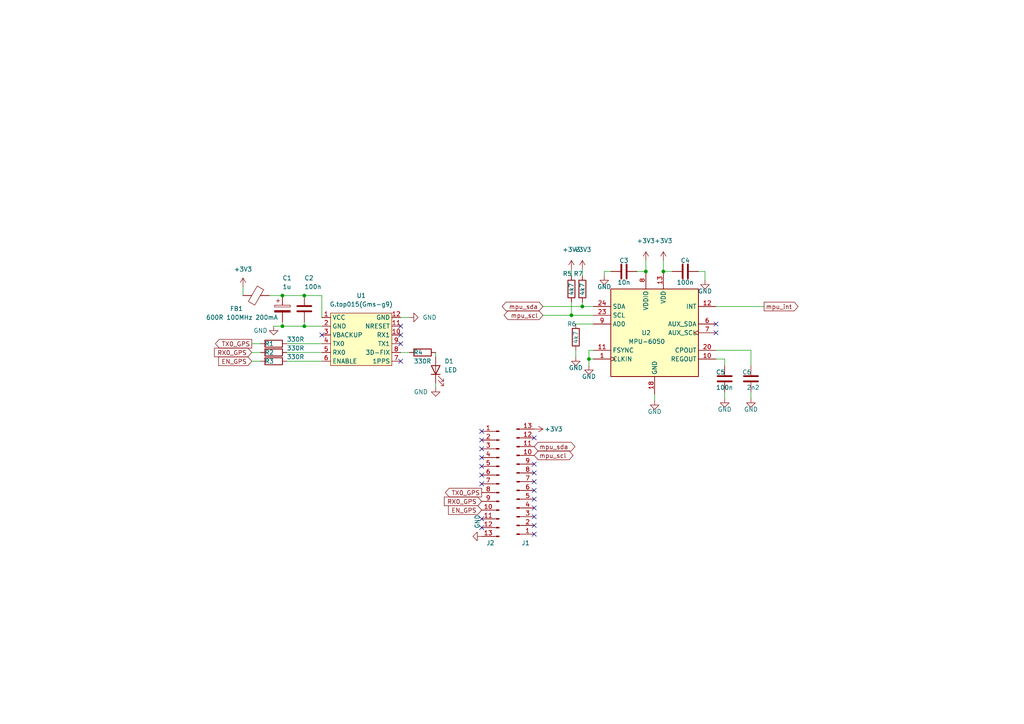
<source format=kicad_sch>
(kicad_sch (version 20230121) (generator eeschema)
  (paper "A4")
  (lib_symbols
    (symbol "Connector:Conn_01x13_Male" (pin_names (offset 1.016) hide)
      (property "Reference" "J" (at 0 17.78 0))
      (property "Value" "Conn_01x13_Male" (at 0 -17.78 0))
      (symbol "Conn_01x13_Male_1_1"
        (polyline (pts (xy 1.27 -15.24) (xy 0.8636 -15.24)) (stroke (width 0.1524)))
        (polyline (pts (xy 1.27 -12.7) (xy 0.8636 -12.7)) (stroke (width 0.1524)))
        (polyline (pts (xy 1.27 -10.16) (xy 0.8636 -10.16)) (stroke (width 0.1524)))
        (polyline (pts (xy 1.27 -7.62) (xy 0.8636 -7.62)) (stroke (width 0.1524)))
        (polyline (pts (xy 1.27 -5.08) (xy 0.8636 -5.08)) (stroke (width 0.1524)))
        (polyline (pts (xy 1.27 -2.54) (xy 0.8636 -2.54)) (stroke (width 0.1524)))
        (polyline (pts (xy 1.27 0) (xy 0.8636 0)) (stroke (width 0.1524)))
        (polyline (pts (xy 1.27 2.54) (xy 0.8636 2.54)) (stroke (width 0.1524)))
        (polyline (pts (xy 1.27 5.08) (xy 0.8636 5.08)) (stroke (width 0.1524)))
        (polyline (pts (xy 1.27 7.62) (xy 0.8636 7.62)) (stroke (width 0.1524)))
        (polyline (pts (xy 1.27 10.16) (xy 0.8636 10.16)) (stroke (width 0.1524)))
        (polyline (pts (xy 1.27 12.7) (xy 0.8636 12.7)) (stroke (width 0.1524)))
        (polyline (pts (xy 1.27 15.24) (xy 0.8636 15.24)) (stroke (width 0.1524)))
        (rectangle (start 0.8636 -15.113) (end 0 -15.367) (stroke (width 0.1524)) (fill (type outline)))
        (rectangle (start 0.8636 -12.573) (end 0 -12.827) (stroke (width 0.1524)) (fill (type outline)))
        (rectangle (start 0.8636 -10.033) (end 0 -10.287) (stroke (width 0.1524)) (fill (type outline)))
        (rectangle (start 0.8636 -7.493) (end 0 -7.747) (stroke (width 0.1524)) (fill (type outline)))
        (rectangle (start 0.8636 -4.953) (end 0 -5.207) (stroke (width 0.1524)) (fill (type outline)))
        (rectangle (start 0.8636 -2.413) (end 0 -2.667) (stroke (width 0.1524)) (fill (type outline)))
        (rectangle (start 0.8636 0.127) (end 0 -0.127) (stroke (width 0.1524)) (fill (type outline)))
        (rectangle (start 0.8636 2.667) (end 0 2.413) (stroke (width 0.1524)) (fill (type outline)))
        (rectangle (start 0.8636 5.207) (end 0 4.953) (stroke (width 0.1524)) (fill (type outline)))
        (rectangle (start 0.8636 7.747) (end 0 7.493) (stroke (width 0.1524)) (fill (type outline)))
        (rectangle (start 0.8636 10.287) (end 0 10.033) (stroke (width 0.1524)) (fill (type outline)))
        (rectangle (start 0.8636 12.827) (end 0 12.573) (stroke (width 0.1524)) (fill (type outline)))
        (rectangle (start 0.8636 15.367) (end 0 15.113) (stroke (width 0.1524)) (fill (type outline)))
        (pin passive line (at 5.08 15.24 180) (length 3.81) (name "Pin_1") (number "1"))
        (pin passive line (at 5.08 -7.62 180) (length 3.81) (name "Pin_10") (number "10"))
        (pin passive line (at 5.08 -10.16 180) (length 3.81) (name "Pin_11") (number "11"))
        (pin passive line (at 5.08 -12.7 180) (length 3.81) (name "Pin_12") (number "12"))
        (pin passive line (at 5.08 -15.24 180) (length 3.81) (name "Pin_13") (number "13"))
        (pin passive line (at 5.08 12.7 180) (length 3.81) (name "Pin_2") (number "2"))
        (pin passive line (at 5.08 10.16 180) (length 3.81) (name "Pin_3") (number "3"))
        (pin passive line (at 5.08 7.62 180) (length 3.81) (name "Pin_4") (number "4"))
        (pin passive line (at 5.08 5.08 180) (length 3.81) (name "Pin_5") (number "5"))
        (pin passive line (at 5.08 2.54 180) (length 3.81) (name "Pin_6") (number "6"))
        (pin passive line (at 5.08 0 180) (length 3.81) (name "Pin_7") (number "7"))
        (pin passive line (at 5.08 -2.54 180) (length 3.81) (name "Pin_8") (number "8"))
        (pin passive line (at 5.08 -5.08 180) (length 3.81) (name "Pin_9") (number "9"))
      )
    )
    (symbol "Device:C" (pin_numbers hide) (pin_names (offset 0.254))
      (property "Reference" "C" (at 0.635 2.54 0))
      (property "Value" "C" (at 0.635 -2.54 0))
      (symbol "C_0_1"
        (polyline (pts (xy -2.032 -0.762) (xy 2.032 -0.762)) (stroke (width 0.508)))
        (polyline (pts (xy -2.032 0.762) (xy 2.032 0.762)) (stroke (width 0.508)))
      )
      (symbol "C_1_1"
        (pin passive line (at 0 3.81 270) (length 2.794) (name "~") (number "1"))
        (pin passive line (at 0 -3.81 90) (length 2.794) (name "~") (number "2"))
      )
    )
    (symbol "Device:C_Polarized" (pin_numbers hide) (pin_names (offset 0.254))
      (property "Reference" "C" (at 0.635 2.54 0))
      (property "Value" "C_Polarized" (at 0.635 -2.54 0))
      (symbol "C_Polarized_0_1"
        (rectangle (start -2.286 0.508) (end 2.286 1.016))
        (polyline (pts (xy -1.778 2.286) (xy -0.762 2.286)))
        (polyline (pts (xy -1.27 2.794) (xy -1.27 1.778)))
        (rectangle (start 2.286 -0.508) (end -2.286 -1.016) (fill (type outline)))
      )
      (symbol "C_Polarized_1_1"
        (pin passive line (at 0 3.81 270) (length 2.794) (name "~") (number "1"))
        (pin passive line (at 0 -3.81 90) (length 2.794) (name "~") (number "2"))
      )
    )
    (symbol "Device:FerriteBead" (pin_numbers hide) (pin_names (offset 0))
      (property "Reference" "FB" (at -3.81 0.635 90))
      (property "Value" "FerriteBead" (at 3.81 0 90))
      (symbol "FerriteBead_0_1"
        (polyline (pts (xy 0 -1.27) (xy 0 -1.2192)))
        (polyline (pts (xy 0 1.27) (xy 0 1.2954)))
        (polyline (pts (xy -2.7686 0.4064) (xy -1.7018 2.2606) (xy 2.7686 -0.3048) (xy 1.6764 -2.159) (xy -2.7686 0.4064)))
      )
      (symbol "FerriteBead_1_1"
        (pin passive line (at 0 3.81 270) (length 2.54) (name "~") (number "1"))
        (pin passive line (at 0 -3.81 90) (length 2.54) (name "~") (number "2"))
      )
    )
    (symbol "Device:LED" (pin_numbers hide) (pin_names (offset 1.016) hide)
      (property "Reference" "D" (at 0 2.54 0))
      (property "Value" "LED" (at 0 -2.54 0))
      (symbol "LED_0_1"
        (polyline (pts (xy -1.27 -1.27) (xy -1.27 1.27)) (stroke (width 0.254)))
        (polyline (pts (xy -1.27 0) (xy 1.27 0)))
        (polyline (pts (xy 1.27 -1.27) (xy 1.27 1.27) (xy -1.27 0) (xy 1.27 -1.27)) (stroke (width 0.254)))
        (polyline (pts (xy -3.048 -0.762) (xy -4.572 -2.286) (xy -3.81 -2.286) (xy -4.572 -2.286) (xy -4.572 -1.524)))
        (polyline (pts (xy -1.778 -0.762) (xy -3.302 -2.286) (xy -2.54 -2.286) (xy -3.302 -2.286) (xy -3.302 -1.524)))
      )
      (symbol "LED_1_1"
        (pin passive line (at -3.81 0 0) (length 2.54) (name "K") (number "1"))
        (pin passive line (at 3.81 0 180) (length 2.54) (name "A") (number "2"))
      )
    )
    (symbol "Device:R" (pin_numbers hide) (pin_names (offset 0))
      (property "Reference" "R" (at 2.032 0 90))
      (property "Value" "R" (at 0 0 90))
      (symbol "R_0_1"
        (rectangle (start -1.016 -2.54) (end 1.016 2.54) (stroke (width 0.254)))
      )
      (symbol "R_1_1"
        (pin passive line (at 0 3.81 270) (length 1.27) (name "~") (number "1"))
        (pin passive line (at 0 -3.81 90) (length 1.27) (name "~") (number "2"))
      )
    )
    (symbol "Sensor_Motion:MPU-6050"
      (property "Reference" "U" (at -11.43 13.97 0))
      (property "Value" "MPU-6050" (at 7.62 -13.97 0))
      (symbol "MPU-6050_0_1"
        (rectangle (start -12.7 12.7) (end 12.7 -12.7) (stroke (width 0.254)) (fill (type background)))
      )
      (symbol "MPU-6050_1_1"
        (pin input clock (at -17.78 -7.62 0) (length 5.08) (name "CLKIN") (number "1"))
        (pin passive line (at 17.78 -7.62 180) (length 5.08) (name "REGOUT") (number "10"))
        (pin input line (at -17.78 -5.08 0) (length 5.08) (name "FSYNC") (number "11"))
        (pin output line (at 17.78 7.62 180) (length 5.08) (name "INT") (number "12"))
        (pin power_in line (at 2.54 17.78 270) (length 5.08) (name "VDD") (number "13"))
        (pin power_in line (at 0 -17.78 90) (length 5.08) (name "GND") (number "18"))
        (pin passive line (at 17.78 -5.08 180) (length 5.08) (name "CPOUT") (number "20"))
        (pin input line (at -17.78 5.08 0) (length 5.08) (name "SCL") (number "23"))
        (pin bidirectional line (at -17.78 7.62 0) (length 5.08) (name "SDA") (number "24"))
        (pin bidirectional line (at 17.78 2.54 180) (length 5.08) (name "AUX_SDA") (number "6"))
        (pin output clock (at 17.78 0 180) (length 5.08) (name "AUX_SCL") (number "7"))
        (pin power_in line (at -2.54 17.78 270) (length 5.08) (name "VDDIO") (number "8"))
        (pin input line (at -17.78 2.54 0) (length 5.08) (name "AD0") (number "9"))
      )
    )
    (symbol "Zombie_lib:G.top015(Gms-g9)"
      (property "Reference" "U" (at 0 13.97 0))
      (property "Value" "G.top015(Gms-g9)" (at 0 11.43 0))
      (symbol "G.top015(Gms-g9)_0_1"
        (rectangle (start -8.89 8.89) (end 8.89 -6.35) (fill (type background)))
      )
      (symbol "G.top015(Gms-g9)_1_1"
        (pin power_in line (at -11.43 7.62 0) (length 2.54) (name "VCC") (number "1"))
        (pin input line (at 11.43 2.54 180) (length 2.54) (name "RX1") (number "10"))
        (pin input line (at 11.43 5.08 180) (length 2.54) (name "NRESET") (number "11"))
        (pin power_in line (at 11.43 7.62 180) (length 2.54) (name "GND") (number "12"))
        (pin power_in line (at -11.43 5.08 0) (length 2.54) (name "GND") (number "2"))
        (pin power_in line (at -11.43 2.54 0) (length 2.54) (name "VBACKUP") (number "3"))
        (pin output line (at -11.43 0 0) (length 2.54) (name "TX0") (number "4"))
        (pin input line (at -11.43 -2.54 0) (length 2.54) (name "RX0") (number "5"))
        (pin input line (at -11.43 -5.08 0) (length 2.54) (name "ENABLE") (number "6"))
        (pin output line (at 11.43 -5.08 180) (length 2.54) (name "1PPS") (number "7"))
        (pin output line (at 11.43 -2.54 180) (length 2.54) (name "3D-FIX") (number "8"))
        (pin output line (at 11.43 0 180) (length 2.54) (name "TX1") (number "9"))
      )
    )
    (symbol "power:+3V3" (power) (pin_names (offset 0))
      (property "Value" "+3V3" (at 0 3.556 0))
      (symbol "+3V3_0_1"
        (polyline (pts (xy -0.762 1.27) (xy 0 2.54)))
        (polyline (pts (xy 0 0) (xy 0 2.54)))
        (polyline (pts (xy 0 2.54) (xy 0.762 1.27)))
      )
      (symbol "+3V3_1_1"
        (pin power_in line (at 0 0 90) (length 0) hide (name "+3V3") (number "1"))
      )
    )
    (symbol "power:GND" (power) (pin_names (offset 0))
      (property "Value" "GND" (at 0 -3.81 0))
      (symbol "GND_0_1"
        (polyline (pts (xy 0 0) (xy 0 -1.27) (xy 1.27 -1.27) (xy 0 -2.54) (xy -1.27 -1.27) (xy 0 -1.27)))
      )
      (symbol "GND_1_1"
        (pin power_in line (at 0 0 270) (length 0) hide (name "GND") (number "1"))
      )
    )
  )
  (junction (at 88.265 94.615))
  (junction (at 170.815 104.14))
  (junction (at 88.265 85.725))
  (junction (at 81.915 85.725))
  (junction (at 81.915 94.615))
  (junction (at 165.735 91.44))
  (junction (at 168.91 88.9))
  (junction (at 192.405 78.74))
  (junction (at 187.325 78.74))
  (no_connect (at 139.7 125.095))
  (no_connect (at 139.7 135.255))
  (no_connect (at 116.205 99.695))
  (no_connect (at 93.345 97.155))
  (no_connect (at 139.7 130.175))
  (no_connect (at 139.7 140.335))
  (no_connect (at 116.205 104.775))
  (no_connect (at 116.205 97.155))
  (no_connect (at 139.7 153.035))
  (no_connect (at 139.7 132.715))
  (no_connect (at 139.7 150.495))
  (no_connect (at 207.645 93.98))
  (no_connect (at 207.645 96.52))
  (no_connect (at 116.205 94.615))
  (no_connect (at 154.94 137.16))
  (no_connect (at 154.94 134.62))
  (no_connect (at 154.94 127))
  (no_connect (at 154.94 152.4))
  (no_connect (at 154.94 149.86))
  (no_connect (at 154.94 147.32))
  (no_connect (at 154.94 144.78))
  (no_connect (at 154.94 142.24))
  (no_connect (at 154.94 139.7))
  (no_connect (at 154.94 154.94))
  (no_connect (at 139.7 137.795))
  (no_connect (at 139.7 127.635))
  (wire (pts (xy 175.26 80.01) (xy 175.26 78.74)))
  (wire (pts (xy 165.735 87.63) (xy 165.735 91.44)))
  (wire (pts (xy 204.47 78.74) (xy 204.47 81.28)))
  (wire (pts (xy 168.91 88.9) (xy 172.085 88.9)))
  (wire (pts (xy 189.865 114.3) (xy 189.865 116.205)))
  (wire (pts (xy 88.265 93.345) (xy 88.265 94.615)))
  (wire (pts (xy 116.205 102.235) (xy 118.745 102.235)))
  (wire (pts (xy 88.265 94.615) (xy 93.345 94.615)))
  (wire (pts (xy 73.025 104.775) (xy 75.565 104.775)))
  (wire (pts (xy 192.405 75.565) (xy 192.405 78.74)))
  (wire (pts (xy 165.735 78.105) (xy 165.735 80.01)))
  (wire (pts (xy 157.48 88.9) (xy 168.91 88.9)))
  (wire (pts (xy 175.26 78.74) (xy 177.165 78.74)))
  (wire (pts (xy 93.345 92.075) (xy 93.345 85.725)))
  (wire (pts (xy 210.185 113.665) (xy 210.185 115.57)))
  (wire (pts (xy 165.735 91.44) (xy 172.085 91.44)))
  (wire (pts (xy 78.105 85.725) (xy 81.915 85.725)))
  (wire (pts (xy 83.185 104.775) (xy 93.345 104.775)))
  (wire (pts (xy 81.915 93.345) (xy 81.915 94.615)))
  (wire (pts (xy 170.815 101.6) (xy 170.815 104.14)))
  (wire (pts (xy 81.915 94.615) (xy 88.265 94.615)))
  (wire (pts (xy 170.815 104.14) (xy 170.815 106.045)))
  (wire (pts (xy 116.205 92.075) (xy 118.745 92.075)))
  (wire (pts (xy 192.405 78.74) (xy 194.945 78.74)))
  (wire (pts (xy 83.185 102.235) (xy 93.345 102.235)))
  (wire (pts (xy 202.565 78.74) (xy 204.47 78.74)))
  (wire (pts (xy 170.815 104.14) (xy 172.085 104.14)))
  (wire (pts (xy 168.91 78.105) (xy 168.91 80.01)))
  (wire (pts (xy 217.805 106.045) (xy 217.805 101.6)))
  (wire (pts (xy 172.085 101.6) (xy 170.815 101.6)))
  (wire (pts (xy 126.365 102.235) (xy 126.365 103.505)))
  (wire (pts (xy 73.025 99.695) (xy 75.565 99.695)))
  (wire (pts (xy 167.005 101.6) (xy 167.005 103.505)))
  (wire (pts (xy 207.645 88.9) (xy 221.615 88.9)))
  (wire (pts (xy 73.025 102.235) (xy 75.565 102.235)))
  (wire (pts (xy 167.005 93.98) (xy 172.085 93.98)))
  (wire (pts (xy 217.805 101.6) (xy 207.645 101.6)))
  (wire (pts (xy 126.365 111.125) (xy 126.365 112.395)))
  (wire (pts (xy 168.91 87.63) (xy 168.91 88.9)))
  (wire (pts (xy 157.48 91.44) (xy 165.735 91.44)))
  (wire (pts (xy 184.785 78.74) (xy 187.325 78.74)))
  (wire (pts (xy 187.325 75.565) (xy 187.325 78.74)))
  (wire (pts (xy 79.375 94.615) (xy 81.915 94.615)))
  (wire (pts (xy 210.185 104.14) (xy 210.185 106.045)))
  (wire (pts (xy 81.915 85.725) (xy 88.265 85.725)))
  (wire (pts (xy 88.265 85.725) (xy 93.345 85.725)))
  (wire (pts (xy 70.485 83.185) (xy 70.485 85.725)))
  (wire (pts (xy 83.185 99.695) (xy 93.345 99.695)))
  (wire (pts (xy 217.805 113.665) (xy 217.805 115.57)))
  (wire (pts (xy 207.645 104.14) (xy 210.185 104.14)))
  (global_label "mpu_int" (shape output) (at 221.615 88.9 0) (property "Intersheetrefs" "${INTERSHEET_REFS}" (effects hide)))
  (global_label "mpu_sda" (shape bidirectional) (at 157.48 88.9 180) (property "Intersheetrefs" "${INTERSHEET_REFS}" (effects hide)))
  (global_label "EN_GPS" (shape input) (at 73.025 104.775 180) (property "Intersheetrefs" "${INTERSHEET_REFS}" (effects hide)))
  (global_label "TX0_GPS" (shape output) (at 139.7 142.875 180) (property "Intersheetrefs" "${INTERSHEET_REFS}" (effects hide)))
  (global_label "mpu_sda" (shape bidirectional) (at 154.94 129.54 0) (property "Intersheetrefs" "${INTERSHEET_REFS}" (effects hide)))
  (global_label "EN_GPS" (shape input) (at 139.7 147.955 180) (property "Intersheetrefs" "${INTERSHEET_REFS}" (effects hide)))
  (global_label "TX0_GPS" (shape output) (at 73.025 99.695 180) (property "Intersheetrefs" "${INTERSHEET_REFS}" (effects hide)))
  (global_label "RX0_GPS" (shape input) (at 73.025 102.235 180) (property "Intersheetrefs" "${INTERSHEET_REFS}" (effects hide)))
  (global_label "RX0_GPS" (shape input) (at 139.7 145.415 180) (property "Intersheetrefs" "${INTERSHEET_REFS}" (effects hide)))
  (global_label "mpu_scl" (shape bidirectional) (at 154.94 132.08 0) (property "Intersheetrefs" "${INTERSHEET_REFS}" (effects hide)))
  (global_label "mpu_scl" (shape bidirectional) (at 157.48 91.44 180) (property "Intersheetrefs" "${INTERSHEET_REFS}" (effects hide)))
  (symbol (lib_id "power:GND") (at 217.805 115.57 0) (unit 1)
    (property "Reference" "#PWR015" (effects hide))
    (property "Value" "GND" (at 217.805 118.745 0))
  )
  (symbol (lib_id "Device:R") (at 167.005 97.79 0) (unit 1)
    (property "Reference" "R6" (at 164.465 93.98 0) (effects (justify left)))
    (property "Value" "4k7" (at 167.005 99.695 90) (effects (justify left)))
    (property "Footprint" "Resistor_SMD:R_0805_2012Metric_Pad1.20x1.40mm_HandSolder" (effects hide))
  )
  (symbol (lib_id "Device:R") (at 122.555 102.235 90) (unit 1)
    (property "Reference" "R4" (at 121.285 102.235 90))
    (property "Value" "330R" (at 122.555 104.775 90))
    (property "Footprint" "Resistor_SMD:R_0805_2012Metric_Pad1.20x1.40mm_HandSolder" (effects hide))
  )
  (symbol (lib_id "power:GND") (at 167.005 103.505 0) (unit 1)
    (property "Reference" "#PWR06" (effects hide))
    (property "Value" "GND" (at 167.005 106.68 0))
  )
  (symbol (lib_id "power:+3V3") (at 154.94 124.46 270) (unit 1)
    (property "Reference" "#PWR0101" (effects hide))
    (property "Value" "+3V3" (at 163.195 124.46 90) (effects (justify right)))
  )
  (symbol (lib_id "Zombie_lib:G.top015(Gms-g9)") (at 104.775 99.695 0) (unit 1)
    (property "Reference" "U1" (at 104.775 85.725 0))
    (property "Value" "G.top015(Gms-g9)" (at 104.775 88.265 0))
    (property "Footprint" "Zombie_foot:G.top015(Gsm-g9)" (effects hide))
  )
  (symbol (lib_id "power:GND") (at 175.26 80.01 0) (unit 1)
    (property "Reference" "#PWR09" (effects hide))
    (property "Value" "GND" (at 175.26 83.185 0))
  )
  (symbol (lib_id "power:+3V3") (at 187.325 75.565 0) (unit 1)
    (property "Reference" "#PWR010" (effects hide))
    (property "Value" "+3V3" (at 187.325 69.85 0))
  )
  (symbol (lib_id "power:+3V3") (at 192.405 75.565 0) (unit 1)
    (property "Reference" "#PWR012" (effects hide))
    (property "Value" "+3V3" (at 192.405 69.85 0))
  )
  (symbol (lib_id "power:GND") (at 170.815 106.045 0) (unit 1)
    (property "Reference" "#PWR08" (effects hide))
    (property "Value" "GND" (at 170.815 109.22 0))
  )
  (symbol (lib_id "power:GND") (at 139.7 155.575 270) (unit 1)
    (property "Reference" "#PWR?" (effects hide))
    (property "Value" "GND" (at 138.43 149.225 0) (effects (justify left)))
  )
  (symbol (lib_id "power:GND") (at 79.375 94.615 0) (unit 1)
    (property "Reference" "#PWR02" (effects hide))
    (property "Value" "GND" (at 75.565 95.885 0))
  )
  (symbol (lib_id "Device:C") (at 210.185 109.855 0) (unit 1)
    (property "Reference" "C5" (at 207.645 107.95 0) (effects (justify left)))
    (property "Value" "100n" (at 207.645 112.395 0) (effects (justify left)))
    (property "Footprint" "Capacitor_SMD:C_0805_2012Metric_Pad1.18x1.45mm_HandSolder" (effects hide))
  )
  (symbol (lib_id "Device:R") (at 168.91 83.82 0) (unit 1)
    (property "Reference" "R7" (at 166.37 79.375 0) (effects (justify left)))
    (property "Value" "4k7" (at 168.91 85.725 90) (effects (justify left)))
    (property "Footprint" "Resistor_SMD:R_0805_2012Metric_Pad1.20x1.40mm_HandSolder" (effects hide))
  )
  (symbol (lib_id "Connector:Conn_01x13_Male") (at 144.78 140.335 0) (mirror y) (unit 1)
    (property "Reference" "J2" (at 142.24 157.48 0))
    (property "Value" "Conn_01x13_Male" (effects hide))
    (property "Footprint" "Connector_PinHeader_2.54mm:PinHeader_1x13_P2.54mm_Vertical" (effects hide))
  )
  (symbol (lib_id "power:GND") (at 189.865 116.205 0) (unit 1)
    (property "Reference" "#PWR011" (effects hide))
    (property "Value" "GND" (at 189.865 119.38 0))
  )
  (symbol (lib_id "Device:C_Polarized") (at 81.915 89.535 0) (unit 1)
    (property "Reference" "C1" (at 81.915 80.645 0) (effects (justify left)))
    (property "Value" "1u" (at 81.915 83.185 0) (effects (justify left)))
    (property "Footprint" "Capacitor_Tantalum_SMD:CP_EIA-3528-21_Kemet-B_Pad1.50x2.35mm_HandSolder" (effects hide))
  )
  (symbol (lib_id "Device:R") (at 79.375 102.235 90) (unit 1)
    (property "Reference" "R2" (at 78.105 102.235 90))
    (property "Value" "330R" (at 85.725 100.965 90))
    (property "Footprint" "Resistor_SMD:R_0805_2012Metric_Pad1.20x1.40mm_HandSolder" (effects hide))
  )
  (symbol (lib_id "Device:C") (at 198.755 78.74 90) (unit 1)
    (property "Reference" "C4" (at 198.755 75.565 90))
    (property "Value" "100n" (at 198.755 81.915 90))
    (property "Footprint" "Capacitor_SMD:C_0805_2012Metric_Pad1.18x1.45mm_HandSolder" (effects hide))
  )
  (symbol (lib_id "Device:C") (at 88.265 89.535 0) (unit 1)
    (property "Reference" "C2" (at 88.265 80.645 0) (effects (justify left)))
    (property "Value" "100n" (at 88.265 83.185 0) (effects (justify left)))
    (property "Footprint" "Capacitor_SMD:C_1206_3216Metric_Pad1.33x1.80mm_HandSolder" (effects hide))
  )
  (symbol (lib_id "power:+3V3") (at 168.91 78.105 0) (unit 1)
    (property "Reference" "#PWR07" (effects hide))
    (property "Value" "+3V3" (at 168.91 72.39 0))
  )
  (symbol (lib_id "Device:FerriteBead") (at 74.295 85.725 90) (unit 1)
    (property "Reference" "FB1" (at 70.485 89.535 90) (effects (justify left)))
    (property "Value" "600R 100MHz 200mA" (at 80.645 92.075 90) (effects (justify left)))
    (property "Footprint" "Inductor_SMD:L_1206_3216Metric_Pad1.22x1.90mm_HandSolder" (effects hide))
  )
  (symbol (lib_id "Device:R") (at 79.375 104.775 90) (unit 1)
    (property "Reference" "R3" (at 78.105 104.775 90))
    (property "Value" "330R" (at 85.725 103.505 90))
    (property "Footprint" "Resistor_SMD:R_0805_2012Metric_Pad1.20x1.40mm_HandSolder" (effects hide))
  )
  (symbol (lib_id "Device:C") (at 180.975 78.74 270) (unit 1)
    (property "Reference" "C3" (at 180.975 75.565 90))
    (property "Value" "10n" (at 180.975 81.915 90))
    (property "Footprint" "Capacitor_SMD:C_0805_2012Metric_Pad1.18x1.45mm_HandSolder" (effects hide))
  )
  (symbol (lib_id "Device:C") (at 217.805 109.855 0) (unit 1)
    (property "Reference" "C6" (at 215.265 107.95 0) (effects (justify left)))
    (property "Value" "2n2" (at 216.535 112.395 0) (effects (justify left)))
    (property "Footprint" "Capacitor_SMD:C_0805_2012Metric_Pad1.18x1.45mm_HandSolder" (effects hide))
  )
  (symbol (lib_id "power:+3V3") (at 70.485 83.185 0) (unit 1)
    (property "Reference" "#PWR01" (effects hide))
    (property "Value" "+3V3" (at 70.485 78.105 0))
  )
  (symbol (lib_id "power:GND") (at 126.365 112.395 0) (unit 1)
    (property "Reference" "#PWR04" (effects hide))
    (property "Value" "GND" (at 120.015 113.665 0) (effects (justify left)))
  )
  (symbol (lib_id "Connector:Conn_01x13_Male") (at 149.86 139.7 0) (mirror x) (unit 1)
    (property "Reference" "J1" (at 153.67 157.48 0) (effects (justify right)))
    (property "Value" "Conn_01x13_Male" (effects hide))
    (property "Footprint" "Connector_PinHeader_2.54mm:PinHeader_1x13_P2.54mm_Vertical" (effects hide))
  )
  (symbol (lib_id "power:+3V3") (at 165.735 78.105 0) (unit 1)
    (property "Reference" "#PWR05" (effects hide))
    (property "Value" "+3V3" (at 165.735 72.39 0))
  )
  (symbol (lib_id "power:GND") (at 210.185 115.57 0) (unit 1)
    (property "Reference" "#PWR014" (effects hide))
    (property "Value" "GND" (at 210.185 118.745 0))
  )
  (symbol (lib_id "Device:LED") (at 126.365 107.315 90) (unit 1)
    (property "Reference" "D1" (at 128.905 104.775 90) (effects (justify right)))
    (property "Value" "LED" (at 128.905 107.315 90) (effects (justify right)))
    (property "Footprint" "LED_SMD:LED_1206_3216Metric_Pad1.42x1.75mm_HandSolder" (effects hide))
  )
  (symbol (lib_id "Device:R") (at 79.375 99.695 90) (unit 1)
    (property "Reference" "R1" (at 78.105 99.695 90))
    (property "Value" "330R" (at 85.725 98.425 90))
    (property "Footprint" "Resistor_SMD:R_0805_2012Metric_Pad1.20x1.40mm_HandSolder" (effects hide))
  )
  (symbol (lib_id "power:GND") (at 204.47 81.28 0) (unit 1)
    (property "Reference" "#PWR013" (effects hide))
    (property "Value" "GND" (at 204.47 84.455 0))
  )
  (symbol (lib_id "Device:R") (at 165.735 83.82 0) (unit 1)
    (property "Reference" "R5" (at 163.195 79.375 0) (effects (justify left)))
    (property "Value" "4k7" (at 165.735 85.725 90) (effects (justify left)))
    (property "Footprint" "Resistor_SMD:R_0805_2012Metric_Pad1.20x1.40mm_HandSolder" (effects hide))
  )
  (symbol (lib_id "power:GND") (at 118.745 92.075 90) (unit 1)
    (property "Reference" "#PWR03" (effects hide))
    (property "Value" "GND" (at 122.555 92.0749 90) (effects (justify right)))
  )
  (symbol (lib_id "Sensor_Motion:MPU-6050") (at 189.865 96.52 0) (unit 1)
    (property "Reference" "U2" (at 186.055 96.52 0) (effects (justify left)))
    (property "Value" "MPU-6050" (at 182.245 99.06 0) (effects (justify left)))
    (property "Footprint" "Sensor_Motion:InvenSense_QFN-24_4x4mm_P0.5mm" (effects hide))
    (property "Datasheet" "https://store.invensense.com/datasheets/invensense/MPU-6050_DataSheet_V3%204.pdf" (effects hide))
  )
)
</source>
